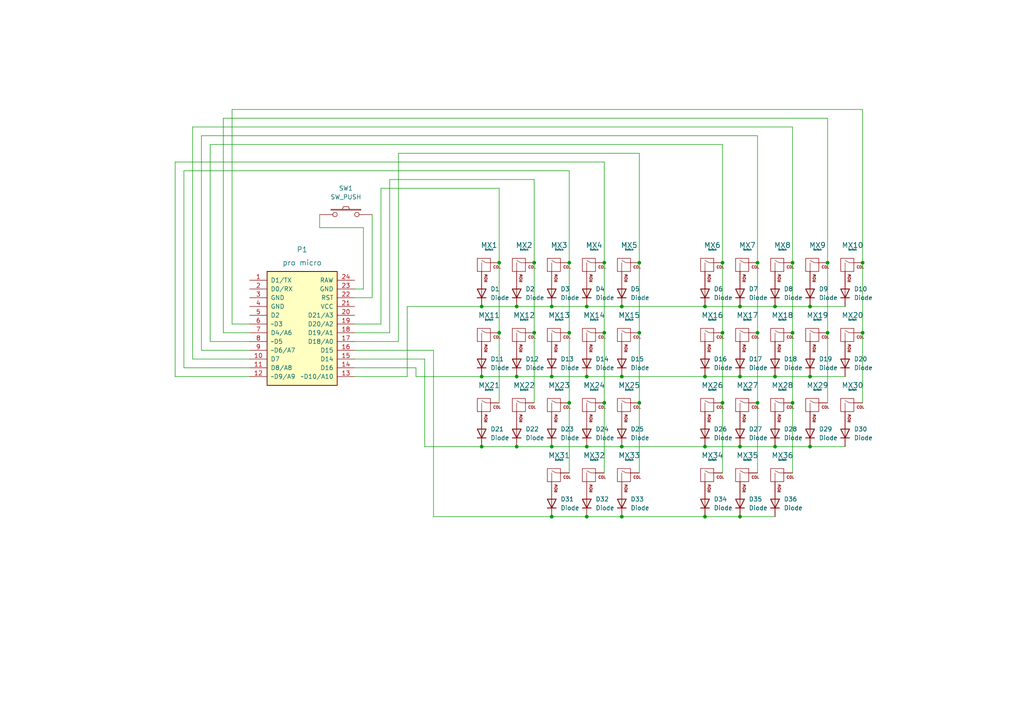
<source format=kicad_sch>
(kicad_sch (version 20211123) (generator eeschema)
  (paper "A4")
  (title_block (title "Simple36") (date "2023-01-24") (rev "0.1"))
  (lib_symbols
    (symbol "Arduino:Sparkfun_Pro_Micro" (pin_names (offset 1.016))
      (property "Reference" "U" (at -8.89 21.59 0))
      (property "Value" "Sparkfun_Pro_Micro" (at 0 19.05 0))
      (symbol "Sparkfun_Pro_Micro_0_1"
        (rectangle (start -10.16 17.78) (end 10.16 -15.24) (stroke (width 0.254)) (fill (type background)))
      )
      (symbol "Sparkfun_Pro_Micro_1_1"
        (pin bidirectional line (at -15.24 15.24 0) (length 5.08) (name "D1/TX") (number "1"))
        (pin bidirectional line (at -15.24 -7.62 0) (length 5.08) (name "D7") (number "10"))
        (pin bidirectional line (at -15.24 -10.16 0) (length 5.08) (name "D8/A8") (number "11"))
        (pin bidirectional line (at -15.24 -12.7 0) (length 5.08) (name "~D9/A9") (number "12"))
        (pin bidirectional line (at 15.24 -12.7 180) (length 5.08) (name "~D10/A10") (number "13"))
        (pin bidirectional line (at 15.24 -10.16 180) (length 5.08) (name "D16") (number "14"))
        (pin bidirectional line (at 15.24 -7.62 180) (length 5.08) (name "D14") (number "15"))
        (pin bidirectional line (at 15.24 -5.08 180) (length 5.08) (name "D15") (number "16"))
        (pin bidirectional line (at 15.24 -2.54 180) (length 5.08) (name "D18/A0") (number "17"))
        (pin bidirectional line (at 15.24 0 180) (length 5.08) (name "D19/A1") (number "18"))
        (pin bidirectional line (at 15.24 2.54 180) (length 5.08) (name "D20/A2") (number "19"))
        (pin bidirectional line (at -15.24 12.7 0) (length 5.08) (name "D0/RX") (number "2"))
        (pin bidirectional line (at 15.24 5.08 180) (length 5.08) (name "D21/A3") (number "20"))
        (pin power_in line (at 15.24 7.62 180) (length 5.08) (name "VCC") (number "21"))
        (pin input line (at 15.24 10.16 180) (length 5.08) (name "RST") (number "22"))
        (pin power_in line (at 15.24 12.7 180) (length 5.08) (name "GND") (number "23"))
        (pin power_in line (at 15.24 15.24 180) (length 5.08) (name "RAW") (number "24"))
        (pin power_in line (at -15.24 10.16 0) (length 5.08) (name "GND") (number "3"))
        (pin power_in line (at -15.24 7.62 0) (length 5.08) (name "GND") (number "4"))
        (pin bidirectional line (at -15.24 5.08 0) (length 5.08) (name "D2") (number "5"))
        (pin bidirectional line (at -15.24 2.54 0) (length 5.08) (name "~D3") (number "6"))
        (pin bidirectional line (at -15.24 0 0) (length 5.08) (name "D4/A6") (number "7"))
        (pin bidirectional line (at -15.24 -2.54 0) (length 5.08) (name "~D5") (number "8"))
        (pin bidirectional line (at -15.24 -5.08 0) (length 5.08) (name "~D6/A7") (number "9"))
      )
    )
    (symbol "Diode:1N4148" (pin_numbers hide) (pin_names hide)
      (property "Reference" "D" (at 0 2.54 0))
      (property "Value" "1N4148" (at 0 -2.54 0))
      (symbol "1N4148_0_1"
        (polyline (pts (xy -1.27 1.27) (xy -1.27 -1.27)) (stroke (width 0.254)))
        (polyline (pts (xy 1.27 0) (xy -1.27 0)))
        (polyline (pts (xy 1.27 1.27) (xy 1.27 -1.27) (xy -1.27 0) (xy 1.27 1.27)) (stroke (width 0.254)))
      )
      (symbol "1N4148_1_1"
        (pin passive line (at -3.81 0 0) (length 2.54) (name "K") (number "1"))
        (pin passive line (at 3.81 0 180) (length 2.54) (name "A") (number "2"))
      )
    )
    (symbol "MX_Alps_Hybrid:MX-NoLED" (pin_names (offset 1.016))
      (property "Reference" "MX" (at -0.635 3.81 0))
      (property "Value" "MX-NoLED" (at -0.635 1.27 0))
      (symbol "MX-NoLED_0_0"
        (rectangle (start -2.54 2.54) (end 1.27 -1.27))
        (polyline (pts (xy -1.27 -1.27) (xy -1.27 1.27)) (stroke (width 0.127)))
        (polyline (pts (xy 1.27 1.27) (xy 0 1.27) (xy -1.27 1.905)) (stroke (width 0.127)))
        (text "COL" (at 3.175 0 0) (effects (font (size 0.762 0.762))))
        (text "ROW" (at 0 -1.905 900) (effects (font (size 0.762 0.762)) (justify right)))
      )
      (symbol "MX-NoLED_1_1"
        (pin passive line (at 3.81 1.27 180) (length 2.54) (name "COL") (number "1"))
        (pin passive line (at -1.27 -3.81 90) (length 2.54) (name "ROW") (number "2"))
      )
    )
    (symbol "keyboard_parts:SW_PUSH" (pin_numbers hide) (pin_names (offset 1.016) hide)
      (property "Reference" "SW" (at 3.81 2.794 0))
      (property "Value" "SW_PUSH" (at 0 -2.032 0))
      (symbol "SW_PUSH_0_1"
        (rectangle (start -4.318 1.27) (end 4.318 1.524))
        (polyline (pts (xy -1.016 1.524) (xy -0.762 2.286) (xy 0.762 2.286) (xy 1.016 1.524)))
        (pin passive inverted (at -7.62 0 0) (length 5.08) (name "1") (number "1"))
        (pin passive inverted (at 7.62 0 180) (length 5.08) (name "2") (number "2"))
      )
    )
  )
  (junction (at 139.7 129.54))
  (junction (at 250.19 76.2))
  (junction (at 170.18 109.22))
  (junction (at 209.55 76.2))
  (junction (at 214.63 149.86))
  (junction (at 224.79 88.9))
  (junction (at 144.78 76.2))
  (junction (at 219.71 116.84))
  (junction (at 165.1 116.84))
  (junction (at 204.47 88.9))
  (junction (at 185.42 96.52))
  (junction (at 175.26 76.2))
  (junction (at 139.7 88.9))
  (junction (at 165.1 76.2))
  (junction (at 160.02 129.54))
  (junction (at 234.95 109.22))
  (junction (at 234.95 129.54))
  (junction (at 214.63 109.22))
  (junction (at 175.26 96.52))
  (junction (at 160.02 149.86))
  (junction (at 214.63 129.54))
  (junction (at 180.34 109.22))
  (junction (at 149.86 129.54))
  (junction (at 180.34 149.86))
  (junction (at 139.7 109.22))
  (junction (at 170.18 149.86))
  (junction (at 209.55 96.52))
  (junction (at 224.79 109.22))
  (junction (at 219.71 96.52))
  (junction (at 149.86 109.22))
  (junction (at 240.03 96.52))
  (junction (at 185.42 116.84))
  (junction (at 204.47 149.86))
  (junction (at 204.47 129.54))
  (junction (at 170.18 88.9))
  (junction (at 185.42 76.2))
  (junction (at 154.94 76.2))
  (junction (at 229.87 96.52))
  (junction (at 149.86 88.9))
  (junction (at 219.71 76.2))
  (junction (at 240.03 76.2))
  (junction (at 229.87 76.2))
  (junction (at 204.47 109.22))
  (junction (at 234.95 88.9))
  (junction (at 214.63 88.9))
  (junction (at 170.18 129.54))
  (junction (at 229.87 116.84))
  (junction (at 165.1 96.52))
  (junction (at 224.79 129.54))
  (junction (at 209.55 116.84))
  (junction (at 175.26 116.84))
  (junction (at 144.78 96.52))
  (junction (at 180.34 129.54))
  (junction (at 154.94 96.52))
  (junction (at 250.19 96.52))
  (junction (at 180.34 88.9))
  (junction (at 160.02 109.22))
  (junction (at 160.02 88.9))
  (wire (pts (xy 175.26 96.52) (xy 175.26 76.2)))
  (wire (pts (xy 234.95 109.22) (xy 245.11 109.22)))
  (wire (pts (xy 115.57 99.06) (xy 115.57 44.45)))
  (wire (pts (xy 120.65 109.22) (xy 139.7 109.22)))
  (wire (pts (xy 185.42 76.2) (xy 185.42 44.45)))
  (wire (pts (xy 53.34 106.68) (xy 53.34 49.53)))
  (wire (pts (xy 229.87 96.52) (xy 229.87 76.2)))
  (wire (pts (xy 149.86 88.9) (xy 160.02 88.9)))
  (wire (pts (xy 160.02 149.86) (xy 170.18 149.86)))
  (wire (pts (xy 180.34 88.9) (xy 204.47 88.9)))
  (wire (pts (xy 64.77 96.52) (xy 64.77 34.29)))
  (wire (pts (xy 113.03 96.52) (xy 102.87 96.52)))
  (wire (pts (xy 123.19 129.54) (xy 123.19 104.14)))
  (wire (pts (xy 219.71 76.2) (xy 219.71 39.37)))
  (wire (pts (xy 250.19 76.2) (xy 250.19 31.75)))
  (wire (pts (xy 64.77 34.29) (xy 240.03 34.29)))
  (wire (pts (xy 234.95 129.54) (xy 245.11 129.54)))
  (wire (pts (xy 160.02 88.9) (xy 170.18 88.9)))
  (wire (pts (xy 240.03 116.84) (xy 240.03 96.52)))
  (wire (pts (xy 72.39 106.68) (xy 53.34 106.68)))
  (wire (pts (xy 209.55 76.2) (xy 209.55 41.91)))
  (wire (pts (xy 250.19 116.84) (xy 250.19 96.52)))
  (wire (pts (xy 165.1 96.52) (xy 165.1 76.2)))
  (wire (pts (xy 149.86 109.22) (xy 160.02 109.22)))
  (wire (pts (xy 154.94 76.2) (xy 154.94 52.07)))
  (wire (pts (xy 53.34 49.53) (xy 165.1 49.53)))
  (wire (pts (xy 250.19 31.75) (xy 67.31 31.75)))
  (wire (pts (xy 224.79 109.22) (xy 234.95 109.22)))
  (wire (pts (xy 154.94 116.84) (xy 154.94 96.52)))
  (wire (pts (xy 229.87 76.2) (xy 229.87 36.83)))
  (wire (pts (xy 154.94 96.52) (xy 154.94 76.2)))
  (wire (pts (xy 180.34 129.54) (xy 204.47 129.54)))
  (wire (pts (xy 102.87 99.06) (xy 115.57 99.06)))
  (wire (pts (xy 118.11 109.22) (xy 118.11 88.9)))
  (wire (pts (xy 123.19 104.14) (xy 102.87 104.14)))
  (wire (pts (xy 170.18 129.54) (xy 180.34 129.54)))
  (wire (pts (xy 240.03 76.2) (xy 240.03 34.29)))
  (wire (pts (xy 180.34 109.22) (xy 204.47 109.22)))
  (wire (pts (xy 139.7 109.22) (xy 149.86 109.22)))
  (wire (pts (xy 170.18 149.86) (xy 180.34 149.86)))
  (wire (pts (xy 209.55 116.84) (xy 209.55 96.52)))
  (wire (pts (xy 120.65 109.22) (xy 120.65 106.68)))
  (wire (pts (xy 180.34 149.86) (xy 204.47 149.86)))
  (wire (pts (xy 214.63 109.22) (xy 224.79 109.22)))
  (wire (pts (xy 123.19 129.54) (xy 139.7 129.54)))
  (wire (pts (xy 115.57 44.45) (xy 185.42 44.45)))
  (wire (pts (xy 209.55 41.91) (xy 60.96 41.91)))
  (wire (pts (xy 125.73 101.6) (xy 102.87 101.6)))
  (wire (pts (xy 110.49 54.61) (xy 144.78 54.61)))
  (wire (pts (xy 58.42 39.37) (xy 58.42 101.6)))
  (wire (pts (xy 229.87 137.16) (xy 229.87 116.84)))
  (wire (pts (xy 118.11 88.9) (xy 139.7 88.9)))
  (wire (pts (xy 139.7 129.54) (xy 149.86 129.54)))
  (wire (pts (xy 55.88 36.83) (xy 55.88 104.14)))
  (wire (pts (xy 219.71 116.84) (xy 219.71 96.52)))
  (wire (pts (xy 72.39 99.06) (xy 60.96 99.06)))
  (wire (pts (xy 149.86 129.54) (xy 160.02 129.54)))
  (wire (pts (xy 229.87 36.83) (xy 55.88 36.83)))
  (wire (pts (xy 240.03 96.52) (xy 240.03 76.2)))
  (wire (pts (xy 214.63 88.9) (xy 224.79 88.9)))
  (wire (pts (xy 170.18 88.9) (xy 180.34 88.9)))
  (wire (pts (xy 175.26 137.16) (xy 175.26 116.84)))
  (wire (pts (xy 55.88 104.14) (xy 72.39 104.14)))
  (wire (pts (xy 120.65 106.68) (xy 102.87 106.68)))
  (wire (pts (xy 113.03 52.07) (xy 113.03 96.52)))
  (wire (pts (xy 102.87 86.36) (xy 107.95 86.36)))
  (wire (pts (xy 170.18 109.22) (xy 180.34 109.22)))
  (wire (pts (xy 165.1 76.2) (xy 165.1 49.53)))
  (wire (pts (xy 224.79 129.54) (xy 234.95 129.54)))
  (wire (pts (xy 250.19 96.52) (xy 250.19 76.2)))
  (wire (pts (xy 175.26 76.2) (xy 175.26 46.99)))
  (wire (pts (xy 204.47 129.54) (xy 214.63 129.54)))
  (wire (pts (xy 72.39 96.52) (xy 64.77 96.52)))
  (wire (pts (xy 165.1 116.84) (xy 165.1 96.52)))
  (wire (pts (xy 204.47 88.9) (xy 214.63 88.9)))
  (wire (pts (xy 229.87 116.84) (xy 229.87 96.52)))
  (wire (pts (xy 214.63 149.86) (xy 224.79 149.86)))
  (wire (pts (xy 144.78 96.52) (xy 144.78 76.2)))
  (wire (pts (xy 50.8 46.99) (xy 50.8 109.22)))
  (wire (pts (xy 219.71 39.37) (xy 58.42 39.37)))
  (wire (pts (xy 219.71 96.52) (xy 219.71 76.2)))
  (wire (pts (xy 105.41 83.82) (xy 105.41 66.04)))
  (wire (pts (xy 185.42 137.16) (xy 185.42 116.84)))
  (wire (pts (xy 219.71 137.16) (xy 219.71 116.84)))
  (wire (pts (xy 102.87 93.98) (xy 110.49 93.98)))
  (wire (pts (xy 125.73 149.86) (xy 125.73 101.6)))
  (wire (pts (xy 234.95 88.9) (xy 245.11 88.9)))
  (wire (pts (xy 165.1 137.16) (xy 165.1 116.84)))
  (wire (pts (xy 154.94 52.07) (xy 113.03 52.07)))
  (wire (pts (xy 50.8 109.22) (xy 72.39 109.22)))
  (wire (pts (xy 102.87 109.22) (xy 118.11 109.22)))
  (wire (pts (xy 72.39 93.98) (xy 67.31 93.98)))
  (wire (pts (xy 209.55 96.52) (xy 209.55 76.2)))
  (wire (pts (xy 160.02 129.54) (xy 170.18 129.54)))
  (wire (pts (xy 102.87 83.82) (xy 105.41 83.82)))
  (wire (pts (xy 125.73 149.86) (xy 160.02 149.86)))
  (wire (pts (xy 224.79 88.9) (xy 234.95 88.9)))
  (wire (pts (xy 204.47 149.86) (xy 214.63 149.86)))
  (wire (pts (xy 160.02 109.22) (xy 170.18 109.22)))
  (wire (pts (xy 110.49 93.98) (xy 110.49 54.61)))
  (wire (pts (xy 60.96 99.06) (xy 60.96 41.91)))
  (wire (pts (xy 144.78 116.84) (xy 144.78 96.52)))
  (wire (pts (xy 139.7 88.9) (xy 149.86 88.9)))
  (wire (pts (xy 107.95 86.36) (xy 107.95 62.23)))
  (wire (pts (xy 209.55 137.16) (xy 209.55 116.84)))
  (wire (pts (xy 144.78 76.2) (xy 144.78 54.61)))
  (wire (pts (xy 67.31 31.75) (xy 67.31 93.98)))
  (wire (pts (xy 185.42 116.84) (xy 185.42 96.52)))
  (wire (pts (xy 105.41 66.04) (xy 92.71 66.04)))
  (wire (pts (xy 185.42 96.52) (xy 185.42 76.2)))
  (wire (pts (xy 175.26 116.84) (xy 175.26 96.52)))
  (wire (pts (xy 50.8 46.99) (xy 175.26 46.99)))
  (wire (pts (xy 214.63 129.54) (xy 224.79 129.54)))
  (wire (pts (xy 204.47 109.22) (xy 214.63 109.22)))
  (wire (pts (xy 58.42 101.6) (xy 72.39 101.6)))
  (wire (pts (xy 92.71 66.04) (xy 92.71 62.23)))
  (symbol (lib_id "MX_Alps_Hybrid:MX-NoLED") (at 151.13 97.79 0) (unit 1)
    (property "Reference" "MX12" (at 152.0156 91.44 0) (effects (font (size 1.524 1.524))))
    (property "Value" "Switch" (at 152.0156 92.71 0) (effects (font (size 0.508 0.508))))
    (property "Footprint" "Button_Switch_Keyboard:SW_Cherry_MX_1.00u_PCB" (effects hide))
  )
  (symbol (lib_id "MX_Alps_Hybrid:MX-NoLED") (at 171.45 118.11 0) (unit 1)
    (property "Reference" "MX24" (at 172.3356 111.76 0) (effects (font (size 1.524 1.524))))
    (property "Value" "Switch" (at 172.3356 113.03 0) (effects (font (size 0.508 0.508))))
    (property "Footprint" "Button_Switch_Keyboard:SW_Cherry_MX_1.00u_PCB" (effects hide))
  )
  (symbol (lib_id "Diode:1N4148") (at 170.18 105.41 270) (mirror x) (unit 1)
    (property "Reference" "D14" (at 172.72 104.1399 90) (effects (justify left)))
    (property "Value" "Diode" (at 172.72 106.6799 90) (effects (justify left)))
    (property "Footprint" "Diode_THT:D_DO-35_SOD27_P7.62mm_Horizontal" (effects hide))
    (property "Datasheet" "https://assets.nexperia.com/documents/data-sheet/1N4148_1N4448.pdf" (effects hide))
  )
  (symbol (lib_id "Diode:1N4148") (at 139.7 125.73 270) (mirror x) (unit 1)
    (property "Reference" "D21" (at 142.24 124.4599 90) (effects (justify left)))
    (property "Value" "Diode" (at 142.24 126.9999 90) (effects (justify left)))
    (property "Footprint" "Diode_THT:D_DO-35_SOD27_P7.62mm_Horizontal" (effects hide))
    (property "Datasheet" "https://assets.nexperia.com/documents/data-sheet/1N4148_1N4448.pdf" (effects hide))
  )
  (symbol (lib_id "MX_Alps_Hybrid:MX-NoLED") (at 140.97 77.47 0) (unit 1)
    (property "Reference" "MX1" (at 141.8556 71.12 0) (effects (font (size 1.524 1.524))))
    (property "Value" "Switch" (at 141.8556 72.39 0) (effects (font (size 0.508 0.508))))
    (property "Footprint" "Button_Switch_Keyboard:SW_Cherry_MX_1.00u_PCB" (effects hide))
  )
  (symbol (lib_id "MX_Alps_Hybrid:MX-NoLED") (at 205.74 97.79 0) (unit 1)
    (property "Reference" "MX16" (at 206.6256 91.44 0) (effects (font (size 1.524 1.524))))
    (property "Value" "Switch" (at 206.6256 92.71 0) (effects (font (size 0.508 0.508))))
    (property "Footprint" "Button_Switch_Keyboard:SW_Cherry_MX_1.00u_PCB" (effects hide))
  )
  (symbol (lib_id "Diode:1N4148") (at 204.47 105.41 270) (mirror x) (unit 1)
    (property "Reference" "D16" (at 207.01 104.1399 90) (effects (justify left)))
    (property "Value" "Diode" (at 207.01 106.6799 90) (effects (justify left)))
    (property "Footprint" "Diode_THT:D_DO-35_SOD27_P7.62mm_Horizontal" (effects hide))
    (property "Datasheet" "https://assets.nexperia.com/documents/data-sheet/1N4148_1N4448.pdf" (effects hide))
  )
  (symbol (lib_id "MX_Alps_Hybrid:MX-NoLED") (at 140.97 97.79 0) (unit 1)
    (property "Reference" "MX11" (at 141.8556 91.44 0) (effects (font (size 1.524 1.524))))
    (property "Value" "Switch" (at 141.8556 92.71 0) (effects (font (size 0.508 0.508))))
    (property "Footprint" "Button_Switch_Keyboard:SW_Cherry_MX_1.00u_PCB" (effects hide))
  )
  (symbol (lib_id "Diode:1N4148") (at 139.7 85.09 270) (mirror x) (unit 1)
    (property "Reference" "D1" (at 142.24 83.8199 90) (effects (justify left)))
    (property "Value" "Diode" (at 142.24 86.3599 90) (effects (justify left)))
    (property "Footprint" "Diode_THT:D_DO-35_SOD27_P7.62mm_Horizontal" (effects hide))
    (property "Datasheet" "https://assets.nexperia.com/documents/data-sheet/1N4148_1N4448.pdf" (effects hide))
  )
  (symbol (lib_id "MX_Alps_Hybrid:MX-NoLED") (at 226.06 97.79 0) (unit 1)
    (property "Reference" "MX18" (at 226.9456 91.44 0) (effects (font (size 1.524 1.524))))
    (property "Value" "Switch" (at 226.9456 92.71 0) (effects (font (size 0.508 0.508))))
    (property "Footprint" "Button_Switch_Keyboard:SW_Cherry_MX_1.00u_PCB" (effects hide))
  )
  (symbol (lib_id "Diode:1N4148") (at 245.11 125.73 270) (mirror x) (unit 1)
    (property "Reference" "D30" (at 247.65 124.4599 90) (effects (justify left)))
    (property "Value" "Diode" (at 247.65 126.9999 90) (effects (justify left)))
    (property "Footprint" "Diode_THT:D_DO-35_SOD27_P7.62mm_Horizontal" (effects hide))
    (property "Datasheet" "https://assets.nexperia.com/documents/data-sheet/1N4148_1N4448.pdf" (effects hide))
  )
  (symbol (lib_id "Diode:1N4148") (at 180.34 105.41 270) (mirror x) (unit 1)
    (property "Reference" "D15" (at 182.88 104.1399 90) (effects (justify left)))
    (property "Value" "Diode" (at 182.88 106.6799 90) (effects (justify left)))
    (property "Footprint" "Diode_THT:D_DO-35_SOD27_P7.62mm_Horizontal" (effects hide))
    (property "Datasheet" "https://assets.nexperia.com/documents/data-sheet/1N4148_1N4448.pdf" (effects hide))
  )
  (symbol (lib_id "Diode:1N4148") (at 204.47 125.73 270) (mirror x) (unit 1)
    (property "Reference" "D26" (at 207.01 124.4599 90) (effects (justify left)))
    (property "Value" "Diode" (at 207.01 126.9999 90) (effects (justify left)))
    (property "Footprint" "Diode_THT:D_DO-35_SOD27_P7.62mm_Horizontal" (effects hide))
    (property "Datasheet" "https://assets.nexperia.com/documents/data-sheet/1N4148_1N4448.pdf" (effects hide))
  )
  (symbol (lib_id "Diode:1N4148") (at 160.02 146.05 270) (mirror x) (unit 1)
    (property "Reference" "D31" (at 162.56 144.7799 90) (effects (justify left)))
    (property "Value" "Diode" (at 162.56 147.3199 90) (effects (justify left)))
    (property "Footprint" "Diode_THT:D_DO-35_SOD27_P7.62mm_Horizontal" (effects hide))
    (property "Datasheet" "https://assets.nexperia.com/documents/data-sheet/1N4148_1N4448.pdf" (effects hide))
  )
  (symbol (lib_id "Diode:1N4148") (at 149.86 125.73 270) (mirror x) (unit 1)
    (property "Reference" "D22" (at 152.4 124.4599 90) (effects (justify left)))
    (property "Value" "Diode" (at 152.4 126.9999 90) (effects (justify left)))
    (property "Footprint" "Diode_THT:D_DO-35_SOD27_P7.62mm_Horizontal" (effects hide))
    (property "Datasheet" "https://assets.nexperia.com/documents/data-sheet/1N4148_1N4448.pdf" (effects hide))
  )
  (symbol (lib_id "Diode:1N4148") (at 234.95 85.09 270) (mirror x) (unit 1)
    (property "Reference" "D9" (at 237.49 83.8199 90) (effects (justify left)))
    (property "Value" "Diode" (at 237.49 86.3599 90) (effects (justify left)))
    (property "Footprint" "Diode_THT:D_DO-35_SOD27_P7.62mm_Horizontal" (effects hide))
    (property "Datasheet" "https://assets.nexperia.com/documents/data-sheet/1N4148_1N4448.pdf" (effects hide))
  )
  (symbol (lib_id "MX_Alps_Hybrid:MX-NoLED") (at 181.61 138.43 0) (unit 1)
    (property "Reference" "MX33" (at 182.4956 132.08 0) (effects (font (size 1.524 1.524))))
    (property "Value" "Switch" (at 182.4956 133.35 0) (effects (font (size 0.508 0.508))))
    (property "Footprint" "Button_Switch_Keyboard:SW_Cherry_MX_1.00u_PCB" (effects hide))
  )
  (symbol (lib_id "Diode:1N4148") (at 180.34 85.09 270) (mirror x) (unit 1)
    (property "Reference" "D5" (at 182.88 83.8199 90) (effects (justify left)))
    (property "Value" "Diode" (at 182.88 86.3599 90) (effects (justify left)))
    (property "Footprint" "Diode_THT:D_DO-35_SOD27_P7.62mm_Horizontal" (effects hide))
    (property "Datasheet" "https://assets.nexperia.com/documents/data-sheet/1N4148_1N4448.pdf" (effects hide))
  )
  (symbol (lib_id "MX_Alps_Hybrid:MX-NoLED") (at 236.22 97.79 0) (unit 1)
    (property "Reference" "MX19" (at 237.1056 91.44 0) (effects (font (size 1.524 1.524))))
    (property "Value" "Switch" (at 237.1056 92.71 0) (effects (font (size 0.508 0.508))))
    (property "Footprint" "Button_Switch_Keyboard:SW_Cherry_MX_1.00u_PCB" (effects hide))
  )
  (symbol (lib_id "MX_Alps_Hybrid:MX-NoLED") (at 226.06 138.43 0) (unit 1)
    (property "Reference" "MX36" (at 226.9456 132.08 0) (effects (font (size 1.524 1.524))))
    (property "Value" "Switch" (at 226.9456 133.35 0) (effects (font (size 0.508 0.508))))
    (property "Footprint" "Button_Switch_Keyboard:SW_Cherry_MX_1.00u_PCB" (effects hide))
  )
  (symbol (lib_id "keyboard_parts:SW_PUSH") (at 100.33 62.23 0) (unit 1)
    (property "Reference" "SW1" (at 100.33 54.61 0))
    (property "Value" "SW_PUSH" (at 100.33 57.15 0))
    (property "Footprint" "Button_Switch_THT:SW_PUSH_6mm" (effects hide))
  )
  (symbol (lib_id "MX_Alps_Hybrid:MX-NoLED") (at 236.22 118.11 0) (unit 1)
    (property "Reference" "MX29" (at 237.1056 111.76 0) (effects (font (size 1.524 1.524))))
    (property "Value" "Switch" (at 237.1056 113.03 0) (effects (font (size 0.508 0.508))))
    (property "Footprint" "Button_Switch_Keyboard:SW_Cherry_MX_1.00u_PCB" (effects hide))
  )
  (symbol (lib_id "Diode:1N4148") (at 204.47 85.09 270) (mirror x) (unit 1)
    (property "Reference" "D6" (at 207.01 83.8199 90) (effects (justify left)))
    (property "Value" "Diode" (at 207.01 86.3599 90) (effects (justify left)))
    (property "Footprint" "Diode_THT:D_DO-35_SOD27_P7.62mm_Horizontal" (effects hide))
    (property "Datasheet" "https://assets.nexperia.com/documents/data-sheet/1N4148_1N4448.pdf" (effects hide))
  )
  (symbol (lib_id "MX_Alps_Hybrid:MX-NoLED") (at 181.61 77.47 0) (unit 1)
    (property "Reference" "MX5" (at 182.4956 71.12 0) (effects (font (size 1.524 1.524))))
    (property "Value" "Switch" (at 182.4956 72.39 0) (effects (font (size 0.508 0.508))))
    (property "Footprint" "Button_Switch_Keyboard:SW_Cherry_MX_1.00u_PCB" (effects hide))
  )
  (symbol (lib_id "Diode:1N4148") (at 160.02 85.09 270) (mirror x) (unit 1)
    (property "Reference" "D3" (at 162.56 83.8199 90) (effects (justify left)))
    (property "Value" "Diode" (at 162.56 86.3599 90) (effects (justify left)))
    (property "Footprint" "Diode_THT:D_DO-35_SOD27_P7.62mm_Horizontal" (effects hide))
    (property "Datasheet" "https://assets.nexperia.com/documents/data-sheet/1N4148_1N4448.pdf" (effects hide))
  )
  (symbol (lib_id "MX_Alps_Hybrid:MX-NoLED") (at 205.74 118.11 0) (unit 1)
    (property "Reference" "MX26" (at 206.6256 111.76 0) (effects (font (size 1.524 1.524))))
    (property "Value" "Switch" (at 206.6256 113.03 0) (effects (font (size 0.508 0.508))))
    (property "Footprint" "Button_Switch_Keyboard:SW_Cherry_MX_1.00u_PCB" (effects hide))
  )
  (symbol (lib_id "Diode:1N4148") (at 214.63 125.73 270) (mirror x) (unit 1)
    (property "Reference" "D27" (at 217.17 124.4599 90) (effects (justify left)))
    (property "Value" "Diode" (at 217.17 126.9999 90) (effects (justify left)))
    (property "Footprint" "Diode_THT:D_DO-35_SOD27_P7.62mm_Horizontal" (effects hide))
    (property "Datasheet" "https://assets.nexperia.com/documents/data-sheet/1N4148_1N4448.pdf" (effects hide))
  )
  (symbol (lib_id "Diode:1N4148") (at 149.86 105.41 270) (mirror x) (unit 1)
    (property "Reference" "D12" (at 152.4 104.1399 90) (effects (justify left)))
    (property "Value" "Diode" (at 152.4 106.6799 90) (effects (justify left)))
    (property "Footprint" "Diode_THT:D_DO-35_SOD27_P7.62mm_Horizontal" (effects hide))
    (property "Datasheet" "https://assets.nexperia.com/documents/data-sheet/1N4148_1N4448.pdf" (effects hide))
  )
  (symbol (lib_id "MX_Alps_Hybrid:MX-NoLED") (at 215.9 97.79 0) (unit 1)
    (property "Reference" "MX17" (at 216.7856 91.44 0) (effects (font (size 1.524 1.524))))
    (property "Value" "Switch" (at 216.7856 92.71 0) (effects (font (size 0.508 0.508))))
    (property "Footprint" "Button_Switch_Keyboard:SW_Cherry_MX_1.00u_PCB" (effects hide))
  )
  (symbol (lib_id "Diode:1N4148") (at 245.11 85.09 270) (mirror x) (unit 1)
    (property "Reference" "D10" (at 247.65 83.8199 90) (effects (justify left)))
    (property "Value" "Diode" (at 247.65 86.3599 90) (effects (justify left)))
    (property "Footprint" "Diode_THT:D_DO-35_SOD27_P7.62mm_Horizontal" (effects hide))
    (property "Datasheet" "https://assets.nexperia.com/documents/data-sheet/1N4148_1N4448.pdf" (effects hide))
  )
  (symbol (lib_id "MX_Alps_Hybrid:MX-NoLED") (at 226.06 77.47 0) (unit 1)
    (property "Reference" "MX8" (at 226.9456 71.12 0) (effects (font (size 1.524 1.524))))
    (property "Value" "Switch" (at 226.9456 72.39 0) (effects (font (size 0.508 0.508))))
    (property "Footprint" "Button_Switch_Keyboard:SW_Cherry_MX_1.00u_PCB" (effects hide))
  )
  (symbol (lib_id "Diode:1N4148") (at 224.79 85.09 270) (mirror x) (unit 1)
    (property "Reference" "D8" (at 227.33 83.8199 90) (effects (justify left)))
    (property "Value" "Diode" (at 227.33 86.3599 90) (effects (justify left)))
    (property "Footprint" "Diode_THT:D_DO-35_SOD27_P7.62mm_Horizontal" (effects hide))
    (property "Datasheet" "https://assets.nexperia.com/documents/data-sheet/1N4148_1N4448.pdf" (effects hide))
  )
  (symbol (lib_id "Diode:1N4148") (at 160.02 105.41 270) (mirror x) (unit 1)
    (property "Reference" "D13" (at 162.56 104.1399 90) (effects (justify left)))
    (property "Value" "Diode" (at 162.56 106.6799 90) (effects (justify left)))
    (property "Footprint" "Diode_THT:D_DO-35_SOD27_P7.62mm_Horizontal" (effects hide))
    (property "Datasheet" "https://assets.nexperia.com/documents/data-sheet/1N4148_1N4448.pdf" (effects hide))
  )
  (symbol (lib_id "Diode:1N4148") (at 170.18 146.05 270) (mirror x) (unit 1)
    (property "Reference" "D32" (at 172.72 144.7799 90) (effects (justify left)))
    (property "Value" "Diode" (at 172.72 147.3199 90) (effects (justify left)))
    (property "Footprint" "Diode_THT:D_DO-35_SOD27_P7.62mm_Horizontal" (effects hide))
    (property "Datasheet" "https://assets.nexperia.com/documents/data-sheet/1N4148_1N4448.pdf" (effects hide))
  )
  (symbol (lib_id "MX_Alps_Hybrid:MX-NoLED") (at 215.9 138.43 0) (unit 1)
    (property "Reference" "MX35" (at 216.7856 132.08 0) (effects (font (size 1.524 1.524))))
    (property "Value" "Switch" (at 216.7856 133.35 0) (effects (font (size 0.508 0.508))))
    (property "Footprint" "Button_Switch_Keyboard:SW_Cherry_MX_1.00u_PCB" (effects hide))
  )
  (symbol (lib_id "Diode:1N4148") (at 139.7 105.41 270) (mirror x) (unit 1)
    (property "Reference" "D11" (at 142.24 104.1399 90) (effects (justify left)))
    (property "Value" "Diode" (at 142.24 106.6799 90) (effects (justify left)))
    (property "Footprint" "Diode_THT:D_DO-35_SOD27_P7.62mm_Horizontal" (effects hide))
    (property "Datasheet" "https://assets.nexperia.com/documents/data-sheet/1N4148_1N4448.pdf" (effects hide))
  )
  (symbol (lib_id "Diode:1N4148") (at 214.63 146.05 270) (mirror x) (unit 1)
    (property "Reference" "D35" (at 217.17 144.7799 90) (effects (justify left)))
    (property "Value" "Diode" (at 217.17 147.3199 90) (effects (justify left)))
    (property "Footprint" "Diode_THT:D_DO-35_SOD27_P7.62mm_Horizontal" (effects hide))
    (property "Datasheet" "https://assets.nexperia.com/documents/data-sheet/1N4148_1N4448.pdf" (effects hide))
  )
  (symbol (lib_id "MX_Alps_Hybrid:MX-NoLED") (at 246.38 118.11 0) (unit 1)
    (property "Reference" "MX30" (at 247.2656 111.76 0) (effects (font (size 1.524 1.524))))
    (property "Value" "Switch" (at 247.2656 113.03 0) (effects (font (size 0.508 0.508))))
    (property "Footprint" "Button_Switch_Keyboard:SW_Cherry_MX_1.00u_PCB" (effects hide))
  )
  (symbol (lib_id "Diode:1N4148") (at 204.47 146.05 270) (mirror x) (unit 1)
    (property "Reference" "D34" (at 207.01 144.7799 90) (effects (justify left)))
    (property "Value" "Diode" (at 207.01 147.3199 90) (effects (justify left)))
    (property "Footprint" "Diode_THT:D_DO-35_SOD27_P7.62mm_Horizontal" (effects hide))
    (property "Datasheet" "https://assets.nexperia.com/documents/data-sheet/1N4148_1N4448.pdf" (effects hide))
  )
  (symbol (lib_id "MX_Alps_Hybrid:MX-NoLED") (at 226.06 118.11 0) (unit 1)
    (property "Reference" "MX28" (at 226.9456 111.76 0) (effects (font (size 1.524 1.524))))
    (property "Value" "Switch" (at 226.9456 113.03 0) (effects (font (size 0.508 0.508))))
    (property "Footprint" "Button_Switch_Keyboard:SW_Cherry_MX_1.00u_PCB" (effects hide))
  )
  (symbol (lib_id "Diode:1N4148") (at 160.02 125.73 270) (mirror x) (unit 1)
    (property "Reference" "D23" (at 162.56 124.4599 90) (effects (justify left)))
    (property "Value" "Diode" (at 162.56 126.9999 90) (effects (justify left)))
    (property "Footprint" "Diode_THT:D_DO-35_SOD27_P7.62mm_Horizontal" (effects hide))
    (property "Datasheet" "https://assets.nexperia.com/documents/data-sheet/1N4148_1N4448.pdf" (effects hide))
  )
  (symbol (lib_id "MX_Alps_Hybrid:MX-NoLED") (at 205.74 77.47 0) (unit 1)
    (property "Reference" "MX6" (at 206.6256 71.12 0) (effects (font (size 1.524 1.524))))
    (property "Value" "Switch" (at 206.6256 72.39 0) (effects (font (size 0.508 0.508))))
    (property "Footprint" "Button_Switch_Keyboard:SW_Cherry_MX_1.00u_PCB" (effects hide))
  )
  (symbol (lib_id "Diode:1N4148") (at 170.18 125.73 270) (mirror x) (unit 1)
    (property "Reference" "D24" (at 172.72 124.4599 90) (effects (justify left)))
    (property "Value" "Diode" (at 172.72 126.9999 90) (effects (justify left)))
    (property "Footprint" "Diode_THT:D_DO-35_SOD27_P7.62mm_Horizontal" (effects hide))
    (property "Datasheet" "https://assets.nexperia.com/documents/data-sheet/1N4148_1N4448.pdf" (effects hide))
  )
  (symbol (lib_id "MX_Alps_Hybrid:MX-NoLED") (at 161.29 97.79 0) (unit 1)
    (property "Reference" "MX13" (at 162.1756 91.44 0) (effects (font (size 1.524 1.524))))
    (property "Value" "Switch" (at 162.1756 92.71 0) (effects (font (size 0.508 0.508))))
    (property "Footprint" "Button_Switch_Keyboard:SW_Cherry_MX_1.00u_PCB" (effects hide))
  )
  (symbol (lib_id "MX_Alps_Hybrid:MX-NoLED") (at 236.22 77.47 0) (unit 1)
    (property "Reference" "MX9" (at 237.1056 71.12 0) (effects (font (size 1.524 1.524))))
    (property "Value" "Switch" (at 237.1056 72.39 0) (effects (font (size 0.508 0.508))))
    (property "Footprint" "Button_Switch_Keyboard:SW_Cherry_MX_1.00u_PCB" (effects hide))
  )
  (symbol (lib_id "Diode:1N4148") (at 170.18 85.09 270) (mirror x) (unit 1)
    (property "Reference" "D4" (at 172.72 83.8199 90) (effects (justify left)))
    (property "Value" "Diode" (at 172.72 86.3599 90) (effects (justify left)))
    (property "Footprint" "Diode_THT:D_DO-35_SOD27_P7.62mm_Horizontal" (effects hide))
    (property "Datasheet" "https://assets.nexperia.com/documents/data-sheet/1N4148_1N4448.pdf" (effects hide))
  )
  (symbol (lib_id "MX_Alps_Hybrid:MX-NoLED") (at 246.38 97.79 0) (unit 1)
    (property "Reference" "MX20" (at 247.2656 91.44 0) (effects (font (size 1.524 1.524))))
    (property "Value" "Switch" (at 247.2656 92.71 0) (effects (font (size 0.508 0.508))))
    (property "Footprint" "Button_Switch_Keyboard:SW_Cherry_MX_1.00u_PCB" (effects hide))
  )
  (symbol (lib_id "MX_Alps_Hybrid:MX-NoLED") (at 246.38 77.47 0) (unit 1)
    (property "Reference" "MX10" (at 247.2656 71.12 0) (effects (font (size 1.524 1.524))))
    (property "Value" "Switch" (at 247.2656 72.39 0) (effects (font (size 0.508 0.508))))
    (property "Footprint" "Button_Switch_Keyboard:SW_Cherry_MX_1.00u_PCB" (effects hide))
  )
  (symbol (lib_id "Diode:1N4148") (at 234.95 125.73 270) (mirror x) (unit 1)
    (property "Reference" "D29" (at 237.49 124.4599 90) (effects (justify left)))
    (property "Value" "Diode" (at 237.49 126.9999 90) (effects (justify left)))
    (property "Footprint" "Diode_THT:D_DO-35_SOD27_P7.62mm_Horizontal" (effects hide))
    (property "Datasheet" "https://assets.nexperia.com/documents/data-sheet/1N4148_1N4448.pdf" (effects hide))
  )
  (symbol (lib_id "Diode:1N4148") (at 214.63 85.09 270) (mirror x) (unit 1)
    (property "Reference" "D7" (at 217.17 83.8199 90) (effects (justify left)))
    (property "Value" "Diode" (at 217.17 86.3599 90) (effects (justify left)))
    (property "Footprint" "Diode_THT:D_DO-35_SOD27_P7.62mm_Horizontal" (effects hide))
    (property "Datasheet" "https://assets.nexperia.com/documents/data-sheet/1N4148_1N4448.pdf" (effects hide))
  )
  (symbol (lib_id "Diode:1N4148") (at 224.79 125.73 270) (mirror x) (unit 1)
    (property "Reference" "D28" (at 227.33 124.4599 90) (effects (justify left)))
    (property "Value" "Diode" (at 227.33 126.9999 90) (effects (justify left)))
    (property "Footprint" "Diode_THT:D_DO-35_SOD27_P7.62mm_Horizontal" (effects hide))
    (property "Datasheet" "https://assets.nexperia.com/documents/data-sheet/1N4148_1N4448.pdf" (effects hide))
  )
  (symbol (lib_id "MX_Alps_Hybrid:MX-NoLED") (at 215.9 118.11 0) (unit 1)
    (property "Reference" "MX27" (at 216.7856 111.76 0) (effects (font (size 1.524 1.524))))
    (property "Value" "Switch" (at 216.7856 113.03 0) (effects (font (size 0.508 0.508))))
    (property "Footprint" "Button_Switch_Keyboard:SW_Cherry_MX_1.00u_PCB" (effects hide))
  )
  (symbol (lib_id "MX_Alps_Hybrid:MX-NoLED") (at 181.61 97.79 0) (unit 1)
    (property "Reference" "MX15" (at 182.4956 91.44 0) (effects (font (size 1.524 1.524))))
    (property "Value" "Switch" (at 182.4956 92.71 0) (effects (font (size 0.508 0.508))))
    (property "Footprint" "Button_Switch_Keyboard:SW_Cherry_MX_1.00u_PCB" (effects hide))
  )
  (symbol (lib_id "MX_Alps_Hybrid:MX-NoLED") (at 140.97 118.11 0) (unit 1)
    (property "Reference" "MX21" (at 141.8556 111.76 0) (effects (font (size 1.524 1.524))))
    (property "Value" "Switch" (at 141.8556 113.03 0) (effects (font (size 0.508 0.508))))
    (property "Footprint" "Button_Switch_Keyboard:SW_Cherry_MX_1.00u_PCB" (effects hide))
  )
  (symbol (lib_id "MX_Alps_Hybrid:MX-NoLED") (at 161.29 118.11 0) (unit 1)
    (property "Reference" "MX23" (at 162.1756 111.76 0) (effects (font (size 1.524 1.524))))
    (property "Value" "Switch" (at 162.1756 113.03 0) (effects (font (size 0.508 0.508))))
    (property "Footprint" "Button_Switch_Keyboard:SW_Cherry_MX_1.00u_PCB" (effects hide))
  )
  (symbol (lib_id "Diode:1N4148") (at 214.63 105.41 270) (mirror x) (unit 1)
    (property "Reference" "D17" (at 217.17 104.1399 90) (effects (justify left)))
    (property "Value" "Diode" (at 217.17 106.6799 90) (effects (justify left)))
    (property "Footprint" "Diode_THT:D_DO-35_SOD27_P7.62mm_Horizontal" (effects hide))
    (property "Datasheet" "https://assets.nexperia.com/documents/data-sheet/1N4148_1N4448.pdf" (effects hide))
  )
  (symbol (lib_id "MX_Alps_Hybrid:MX-NoLED") (at 171.45 77.47 0) (unit 1)
    (property "Reference" "MX4" (at 172.3356 71.12 0) (effects (font (size 1.524 1.524))))
    (property "Value" "Switch" (at 172.3356 72.39 0) (effects (font (size 0.508 0.508))))
    (property "Footprint" "Button_Switch_Keyboard:SW_Cherry_MX_1.00u_PCB" (effects hide))
  )
  (symbol (lib_id "MX_Alps_Hybrid:MX-NoLED") (at 161.29 77.47 0) (unit 1)
    (property "Reference" "MX3" (at 162.1756 71.12 0) (effects (font (size 1.524 1.524))))
    (property "Value" "Switch" (at 162.1756 72.39 0) (effects (font (size 0.508 0.508))))
    (property "Footprint" "Button_Switch_Keyboard:SW_Cherry_MX_1.00u_PCB" (effects hide))
  )
  (symbol (lib_id "Diode:1N4148") (at 224.79 105.41 270) (mirror x) (unit 1)
    (property "Reference" "D18" (at 227.33 104.1399 90) (effects (justify left)))
    (property "Value" "Diode" (at 227.33 106.6799 90) (effects (justify left)))
    (property "Footprint" "Diode_THT:D_DO-35_SOD27_P7.62mm_Horizontal" (effects hide))
    (property "Datasheet" "https://assets.nexperia.com/documents/data-sheet/1N4148_1N4448.pdf" (effects hide))
  )
  (symbol (lib_id "Arduino:Sparkfun_Pro_Micro") (at 87.63 96.52 0) (unit 1)
    (property "Reference" "P1" (at 87.63 72.39 0) (effects (font (size 1.524 1.524))))
    (property "Value" "pro micro" (at 87.63 76.2 0) (effects (font (size 1.524 1.524))))
    (property "Footprint" "Arduino:Sparkfun_Pro_Micro" (effects hide))
    (property "Datasheet" "https://www.sparkfun.com/products/12640" (effects hide))
  )
  (symbol (lib_id "Diode:1N4148") (at 234.95 105.41 270) (mirror x) (unit 1)
    (property "Reference" "D19" (at 237.49 104.1399 90) (effects (justify left)))
    (property "Value" "Diode" (at 237.49 106.6799 90) (effects (justify left)))
    (property "Footprint" "Diode_THT:D_DO-35_SOD27_P7.62mm_Horizontal" (effects hide))
    (property "Datasheet" "https://assets.nexperia.com/documents/data-sheet/1N4148_1N4448.pdf" (effects hide))
  )
  (symbol (lib_id "MX_Alps_Hybrid:MX-NoLED") (at 151.13 118.11 0) (unit 1)
    (property "Reference" "MX22" (at 152.0156 111.76 0) (effects (font (size 1.524 1.524))))
    (property "Value" "Switch" (at 152.0156 113.03 0) (effects (font (size 0.508 0.508))))
    (property "Footprint" "Button_Switch_Keyboard:SW_Cherry_MX_1.00u_PCB" (effects hide))
  )
  (symbol (lib_id "MX_Alps_Hybrid:MX-NoLED") (at 151.13 77.47 0) (unit 1)
    (property "Reference" "MX2" (at 152.0156 71.12 0) (effects (font (size 1.524 1.524))))
    (property "Value" "Switch" (at 152.0156 72.39 0) (effects (font (size 0.508 0.508))))
    (property "Footprint" "Button_Switch_Keyboard:SW_Cherry_MX_1.00u_PCB" (effects hide))
  )
  (symbol (lib_id "MX_Alps_Hybrid:MX-NoLED") (at 215.9 77.47 0) (unit 1)
    (property "Reference" "MX7" (at 216.7856 71.12 0) (effects (font (size 1.524 1.524))))
    (property "Value" "Switch" (at 216.7856 72.39 0) (effects (font (size 0.508 0.508))))
    (property "Footprint" "Button_Switch_Keyboard:SW_Cherry_MX_1.00u_PCB" (effects hide))
  )
  (symbol (lib_id "Diode:1N4148") (at 224.79 146.05 270) (mirror x) (unit 1)
    (property "Reference" "D36" (at 227.33 144.7799 90) (effects (justify left)))
    (property "Value" "Diode" (at 227.33 147.3199 90) (effects (justify left)))
    (property "Footprint" "Diode_THT:D_DO-35_SOD27_P7.62mm_Horizontal" (effects hide))
    (property "Datasheet" "https://assets.nexperia.com/documents/data-sheet/1N4148_1N4448.pdf" (effects hide))
  )
  (symbol (lib_id "Diode:1N4148") (at 149.86 85.09 270) (mirror x) (unit 1)
    (property "Reference" "D2" (at 152.4 83.8199 90) (effects (justify left)))
    (property "Value" "Diode" (at 152.4 86.3599 90) (effects (justify left)))
    (property "Footprint" "Diode_THT:D_DO-35_SOD27_P7.62mm_Horizontal" (effects hide))
    (property "Datasheet" "https://assets.nexperia.com/documents/data-sheet/1N4148_1N4448.pdf" (effects hide))
  )
  (symbol (lib_id "MX_Alps_Hybrid:MX-NoLED") (at 171.45 97.79 0) (unit 1)
    (property "Reference" "MX14" (at 172.3356 91.44 0) (effects (font (size 1.524 1.524))))
    (property "Value" "Switch" (at 172.3356 92.71 0) (effects (font (size 0.508 0.508))))
    (property "Footprint" "Button_Switch_Keyboard:SW_Cherry_MX_1.00u_PCB" (effects hide))
  )
  (symbol (lib_id "MX_Alps_Hybrid:MX-NoLED") (at 161.29 138.43 0) (unit 1)
    (property "Reference" "MX31" (at 162.1756 132.08 0) (effects (font (size 1.524 1.524))))
    (property "Value" "Switch" (at 162.1756 133.35 0) (effects (font (size 0.508 0.508))))
    (property "Footprint" "Button_Switch_Keyboard:SW_Cherry_MX_1.00u_PCB" (effects hide))
  )
  (symbol (lib_id "MX_Alps_Hybrid:MX-NoLED") (at 181.61 118.11 0) (unit 1)
    (property "Reference" "MX25" (at 182.4956 111.76 0) (effects (font (size 1.524 1.524))))
    (property "Value" "Switch" (at 182.4956 113.03 0) (effects (font (size 0.508 0.508))))
    (property "Footprint" "Button_Switch_Keyboard:SW_Cherry_MX_1.00u_PCB" (effects hide))
  )
  (symbol (lib_id "MX_Alps_Hybrid:MX-NoLED") (at 205.74 138.43 0) (unit 1)
    (property "Reference" "MX34" (at 206.6256 132.08 0) (effects (font (size 1.524 1.524))))
    (property "Value" "Switch" (at 206.6256 133.35 0) (effects (font (size 0.508 0.508))))
    (property "Footprint" "Button_Switch_Keyboard:SW_Cherry_MX_1.00u_PCB" (effects hide))
  )
  (symbol (lib_id "MX_Alps_Hybrid:MX-NoLED") (at 171.45 138.43 0) (unit 1)
    (property "Reference" "MX32" (at 172.3356 132.08 0) (effects (font (size 1.524 1.524))))
    (property "Value" "Switch" (at 172.3356 133.35 0) (effects (font (size 0.508 0.508))))
    (property "Footprint" "Button_Switch_Keyboard:SW_Cherry_MX_1.00u_PCB" (effects hide))
  )
  (symbol (lib_id "Diode:1N4148") (at 245.11 105.41 270) (mirror x) (unit 1)
    (property "Reference" "D20" (at 247.65 104.1399 90) (effects (justify left)))
    (property "Value" "Diode" (at 247.65 106.6799 90) (effects (justify left)))
    (property "Footprint" "Diode_THT:D_DO-35_SOD27_P7.62mm_Horizontal" (effects hide))
    (property "Datasheet" "https://assets.nexperia.com/documents/data-sheet/1N4148_1N4448.pdf" (effects hide))
  )
  (symbol (lib_id "Diode:1N4148") (at 180.34 146.05 270) (mirror x) (unit 1)
    (property "Reference" "D33" (at 182.88 144.7799 90) (effects (justify left)))
    (property "Value" "Diode" (at 182.88 147.3199 90) (effects (justify left)))
    (property "Footprint" "Diode_THT:D_DO-35_SOD27_P7.62mm_Horizontal" (effects hide))
    (property "Datasheet" "https://assets.nexperia.com/documents/data-sheet/1N4148_1N4448.pdf" (effects hide))
  )
  (symbol (lib_id "Diode:1N4148") (at 180.34 125.73 270) (mirror x) (unit 1)
    (property "Reference" "D25" (at 182.88 124.4599 90) (effects (justify left)))
    (property "Value" "Diode" (at 182.88 126.9999 90) (effects (justify left)))
    (property "Footprint" "Diode_THT:D_DO-35_SOD27_P7.62mm_Horizontal" (effects hide))
    (property "Datasheet" "https://assets.nexperia.com/documents/data-sheet/1N4148_1N4448.pdf" (effects hide))
  )
)
</source>
